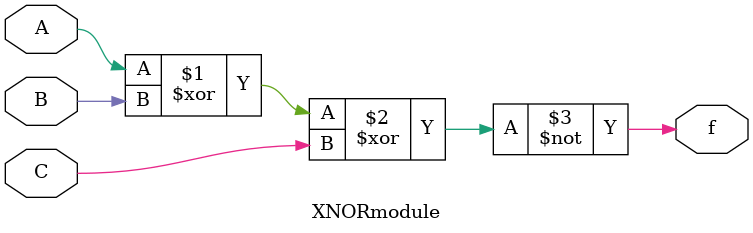
<source format=v>
`timescale 1ns / 1ps

module XNORmodule(A, B, C, f);
	input A, B, C;
	output f;
	xnor xnoreGate1(f, A, B, C);

endmodule

</source>
